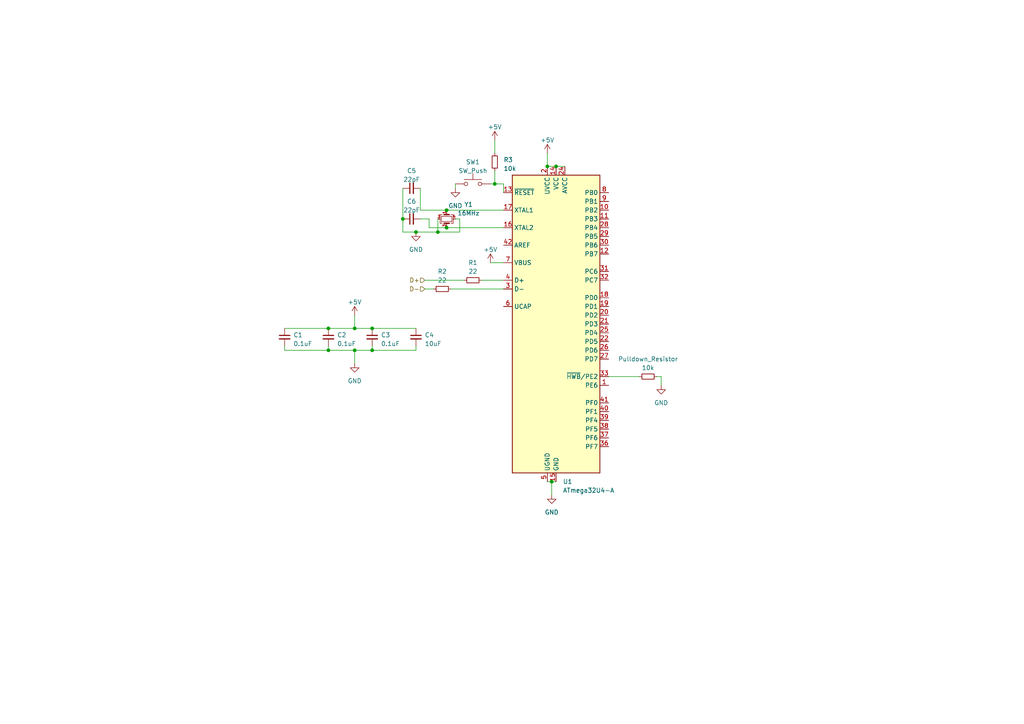
<source format=kicad_sch>
(kicad_sch (version 20230121) (generator eeschema)
  (paper "A4")
  (lib_symbols
    (symbol "Device:C_Small" (pin_numbers hide) (pin_names (offset 0.254) hide)
      (property "Reference" "C" (at 0.254 1.778 0))
      (property "Value" "C_Small" (at 0.254 -2.032 0))
      (symbol "C_Small_0_1"
        (polyline (pts (xy -1.524 -0.508) (xy 1.524 -0.508)) (stroke (width 0.3302)))
        (polyline (pts (xy -1.524 0.508) (xy 1.524 0.508)) (stroke (width 0.3048)))
      )
      (symbol "C_Small_1_1"
        (pin passive line (at 0 2.54 270) (length 2.032) (name "~") (number "1"))
        (pin passive line (at 0 -2.54 90) (length 2.032) (name "~") (number "2"))
      )
    )
    (symbol "Device:Crystal_GND24_Small" (pin_names (offset 1.016) hide)
      (property "Reference" "Y" (at 1.27 4.445 0))
      (property "Value" "Crystal_GND24_Small" (at 1.27 2.54 0))
      (symbol "Crystal_GND24_Small_0_1"
        (rectangle (start -0.762 -1.524) (end 0.762 1.524))
        (polyline (pts (xy -1.27 -0.762) (xy -1.27 0.762)) (stroke (width 0.381)))
        (polyline (pts (xy 1.27 -0.762) (xy 1.27 0.762)) (stroke (width 0.381)))
        (polyline (pts (xy -1.27 -1.27) (xy -1.27 -1.905) (xy 1.27 -1.905) (xy 1.27 -1.27)))
        (polyline (pts (xy -1.27 1.27) (xy -1.27 1.905) (xy 1.27 1.905) (xy 1.27 1.27)))
      )
      (symbol "Crystal_GND24_Small_1_1"
        (pin passive line (at -2.54 0 0) (length 1.27) (name "1") (number "1"))
        (pin passive line (at 0 -2.54 90) (length 0.635) (name "2") (number "2"))
        (pin passive line (at 2.54 0 180) (length 1.27) (name "3") (number "3"))
        (pin passive line (at 0 2.54 270) (length 0.635) (name "4") (number "4"))
      )
    )
    (symbol "Device:R_Small" (pin_numbers hide) (pin_names (offset 0.254) hide)
      (property "Reference" "R" (at 0.762 0.508 0))
      (property "Value" "R_Small" (at 0.762 -1.016 0))
      (symbol "R_Small_0_1"
        (rectangle (start -0.762 1.778) (end 0.762 -1.778) (stroke (width 0.2032)))
      )
      (symbol "R_Small_1_1"
        (pin passive line (at 0 2.54 270) (length 0.762) (name "~") (number "1"))
        (pin passive line (at 0 -2.54 90) (length 0.762) (name "~") (number "2"))
      )
    )
    (symbol "MCU_Microchip_ATmega:ATmega32U4-A"
      (property "Reference" "U" (at -12.7 44.45 0))
      (property "Value" "ATmega32U4-A" (at 2.54 -44.45 0))
      (symbol "ATmega32U4-A_0_1"
        (rectangle (start -12.7 -43.18) (end 12.7 43.18) (stroke (width 0.254)) (fill (type background)))
      )
      (symbol "ATmega32U4-A_1_1"
        (pin bidirectional line (at 15.24 -17.78 180) (length 2.54) (name "PE6") (number "1"))
        (pin bidirectional line (at 15.24 33.02 180) (length 2.54) (name "PB2") (number "10"))
        (pin bidirectional line (at 15.24 30.48 180) (length 2.54) (name "PB3") (number "11"))
        (pin bidirectional line (at 15.24 20.32 180) (length 2.54) (name "PB7") (number "12"))
        (pin input line (at -15.24 38.1 0) (length 2.54) (name "~{RESET}") (number "13"))
        (pin power_in line (at 0 45.72 270) (length 2.54) (name "VCC") (number "14"))
        (pin power_in line (at 0 -45.72 90) (length 2.54) (name "GND") (number "15"))
        (pin output line (at -15.24 27.94 0) (length 2.54) (name "XTAL2") (number "16"))
        (pin input line (at -15.24 33.02 0) (length 2.54) (name "XTAL1") (number "17"))
        (pin bidirectional line (at 15.24 7.62 180) (length 2.54) (name "PD0") (number "18"))
        (pin bidirectional line (at 15.24 5.08 180) (length 2.54) (name "PD1") (number "19"))
        (pin power_in line (at -2.54 45.72 270) (length 2.54) (name "UVCC") (number "2"))
        (pin bidirectional line (at 15.24 2.54 180) (length 2.54) (name "PD2") (number "20"))
        (pin bidirectional line (at 15.24 0 180) (length 2.54) (name "PD3") (number "21"))
        (pin bidirectional line (at 15.24 -5.08 180) (length 2.54) (name "PD5") (number "22"))
        (pin passive line (at 0 -45.72 90) (length 2.54) hide (name "GND") (number "23"))
        (pin power_in line (at 2.54 45.72 270) (length 2.54) (name "AVCC") (number "24"))
        (pin bidirectional line (at 15.24 -2.54 180) (length 2.54) (name "PD4") (number "25"))
        (pin bidirectional line (at 15.24 -7.62 180) (length 2.54) (name "PD6") (number "26"))
        (pin bidirectional line (at 15.24 -10.16 180) (length 2.54) (name "PD7") (number "27"))
        (pin bidirectional line (at 15.24 27.94 180) (length 2.54) (name "PB4") (number "28"))
        (pin bidirectional line (at 15.24 25.4 180) (length 2.54) (name "PB5") (number "29"))
        (pin bidirectional line (at -15.24 10.16 0) (length 2.54) (name "D-") (number "3"))
        (pin bidirectional line (at 15.24 22.86 180) (length 2.54) (name "PB6") (number "30"))
        (pin bidirectional line (at 15.24 15.24 180) (length 2.54) (name "PC6") (number "31"))
        (pin bidirectional line (at 15.24 12.7 180) (length 2.54) (name "PC7") (number "32"))
        (pin bidirectional line (at 15.24 -15.24 180) (length 2.54) (name "~{HWB}/PE2") (number "33"))
        (pin passive line (at 0 45.72 270) (length 2.54) hide (name "VCC") (number "34"))
        (pin passive line (at 0 -45.72 90) (length 2.54) hide (name "GND") (number "35"))
        (pin bidirectional line (at 15.24 -35.56 180) (length 2.54) (name "PF7") (number "36"))
        (pin bidirectional line (at 15.24 -33.02 180) (length 2.54) (name "PF6") (number "37"))
        (pin bidirectional line (at 15.24 -30.48 180) (length 2.54) (name "PF5") (number "38"))
        (pin bidirectional line (at 15.24 -27.94 180) (length 2.54) (name "PF4") (number "39"))
        (pin bidirectional line (at -15.24 12.7 0) (length 2.54) (name "D+") (number "4"))
        (pin bidirectional line (at 15.24 -25.4 180) (length 2.54) (name "PF1") (number "40"))
        (pin bidirectional line (at 15.24 -22.86 180) (length 2.54) (name "PF0") (number "41"))
        (pin passive line (at -15.24 22.86 0) (length 2.54) (name "AREF") (number "42"))
        (pin passive line (at 0 -45.72 90) (length 2.54) hide (name "GND") (number "43"))
        (pin passive line (at 2.54 45.72 270) (length 2.54) hide (name "AVCC") (number "44"))
        (pin passive line (at -2.54 -45.72 90) (length 2.54) (name "UGND") (number "5"))
        (pin passive line (at -15.24 5.08 0) (length 2.54) (name "UCAP") (number "6"))
        (pin input line (at -15.24 17.78 0) (length 2.54) (name "VBUS") (number "7"))
        (pin bidirectional line (at 15.24 38.1 180) (length 2.54) (name "PB0") (number "8"))
        (pin bidirectional line (at 15.24 35.56 180) (length 2.54) (name "PB1") (number "9"))
      )
    )
    (symbol "Switch:SW_Push" (pin_numbers hide) (pin_names (offset 1.016) hide)
      (property "Reference" "SW" (at 1.27 2.54 0))
      (property "Value" "SW_Push" (at 0 -1.524 0))
      (symbol "SW_Push_0_1"
        (circle (center -2.032 0) (radius 0.508))
        (polyline (pts (xy 0 1.27) (xy 0 3.048)))
        (polyline (pts (xy 2.54 1.27) (xy -2.54 1.27)))
        (circle (center 2.032 0) (radius 0.508))
        (pin passive line (at -5.08 0 0) (length 2.54) (name "1") (number "1"))
        (pin passive line (at 5.08 0 180) (length 2.54) (name "2") (number "2"))
      )
    )
    (symbol "power:+5V" (power) (pin_names (offset 0))
      (property "Value" "+5V" (at 0 3.556 0))
      (symbol "+5V_0_1"
        (polyline (pts (xy -0.762 1.27) (xy 0 2.54)))
        (polyline (pts (xy 0 0) (xy 0 2.54)))
        (polyline (pts (xy 0 2.54) (xy 0.762 1.27)))
      )
      (symbol "+5V_1_1"
        (pin power_in line (at 0 0 90) (length 0) hide (name "+5V") (number "1"))
      )
    )
    (symbol "power:GND" (power) (pin_names (offset 0))
      (property "Value" "GND" (at 0 -3.81 0))
      (symbol "GND_0_1"
        (polyline (pts (xy 0 0) (xy 0 -1.27) (xy 1.27 -1.27) (xy 0 -2.54) (xy -1.27 -1.27) (xy 0 -1.27)))
      )
      (symbol "GND_1_1"
        (pin power_in line (at 0 0 270) (length 0) hide (name "GND") (number "1"))
      )
    )
  )
  (junction (at 143.51 53.34))
  (junction (at 161.29 48.26))
  (junction (at 120.65 67.31))
  (junction (at 102.87 95.25))
  (junction (at 107.95 101.6))
  (junction (at 129.54 66.04))
  (junction (at 95.25 95.25))
  (junction (at 127 67.31))
  (junction (at 95.25 101.6))
  (junction (at 160.02 139.7))
  (junction (at 107.95 95.25))
  (junction (at 102.87 101.6))
  (junction (at 116.84 63.5))
  (junction (at 158.75 48.26))
  (junction (at 129.54 60.96))
  (wire (pts (xy 95.25 101.6) (xy 82.55 101.6)))
  (wire (pts (xy 176.53 109.22) (xy 185.42 109.22)))
  (wire (pts (xy 102.87 101.6) (xy 107.95 101.6)))
  (wire (pts (xy 82.55 101.6) (xy 82.55 100.33)))
  (wire (pts (xy 132.08 53.34) (xy 132.08 54.61)))
  (wire (pts (xy 116.84 54.61) (xy 116.84 63.5)))
  (wire (pts (xy 124.46 63.5) (xy 124.46 66.04)))
  (wire (pts (xy 130.81 83.82) (xy 146.05 83.82)))
  (wire (pts (xy 160.02 139.7) (xy 161.29 139.7)))
  (wire (pts (xy 124.46 66.04) (xy 129.54 66.04)))
  (wire (pts (xy 121.92 60.96) (xy 129.54 60.96)))
  (wire (pts (xy 102.87 101.6) (xy 102.87 105.41)))
  (wire (pts (xy 129.54 66.04) (xy 146.05 66.04)))
  (wire (pts (xy 120.65 101.6) (xy 120.65 100.33)))
  (wire (pts (xy 142.24 76.2) (xy 146.05 76.2)))
  (wire (pts (xy 132.08 63.5) (xy 133.35 63.5)))
  (wire (pts (xy 102.87 95.25) (xy 107.95 95.25)))
  (wire (pts (xy 191.77 109.22) (xy 191.77 111.76)))
  (wire (pts (xy 107.95 101.6) (xy 120.65 101.6)))
  (wire (pts (xy 127 63.5) (xy 127 67.31)))
  (wire (pts (xy 133.35 67.31) (xy 127 67.31)))
  (wire (pts (xy 190.5 109.22) (xy 191.77 109.22)))
  (wire (pts (xy 160.02 139.7) (xy 158.75 139.7)))
  (wire (pts (xy 143.51 53.34) (xy 146.05 53.34)))
  (wire (pts (xy 121.92 54.61) (xy 121.92 60.96)))
  (wire (pts (xy 116.84 67.31) (xy 120.65 67.31)))
  (wire (pts (xy 142.24 53.34) (xy 143.51 53.34)))
  (wire (pts (xy 107.95 101.6) (xy 107.95 100.33)))
  (wire (pts (xy 129.54 60.96) (xy 146.05 60.96)))
  (wire (pts (xy 158.75 48.26) (xy 161.29 48.26)))
  (wire (pts (xy 161.29 48.26) (xy 163.83 48.26)))
  (wire (pts (xy 123.19 83.82) (xy 125.73 83.82)))
  (wire (pts (xy 158.75 44.45) (xy 158.75 48.26)))
  (wire (pts (xy 95.25 100.33) (xy 95.25 101.6)))
  (wire (pts (xy 102.87 91.44) (xy 102.87 95.25)))
  (wire (pts (xy 121.92 63.5) (xy 124.46 63.5)))
  (wire (pts (xy 123.19 81.28) (xy 134.62 81.28)))
  (wire (pts (xy 133.35 63.5) (xy 133.35 67.31)))
  (wire (pts (xy 139.7 81.28) (xy 146.05 81.28)))
  (wire (pts (xy 107.95 95.25) (xy 120.65 95.25)))
  (wire (pts (xy 127 67.31) (xy 120.65 67.31)))
  (wire (pts (xy 82.55 95.25) (xy 95.25 95.25)))
  (wire (pts (xy 95.25 95.25) (xy 102.87 95.25)))
  (wire (pts (xy 143.51 40.64) (xy 143.51 44.45)))
  (wire (pts (xy 116.84 63.5) (xy 116.84 67.31)))
  (wire (pts (xy 160.02 139.7) (xy 160.02 143.51)))
  (wire (pts (xy 146.05 55.88) (xy 146.05 53.34)))
  (wire (pts (xy 143.51 53.34) (xy 143.51 49.53)))
  (wire (pts (xy 102.87 101.6) (xy 95.25 101.6)))
  (hierarchical_label "D+" (shape input) (at 123.19 81.28 180))
  (hierarchical_label "D-" (shape input) (at 123.19 83.82 180))
  (symbol (lib_id "power:+5V") (at 102.87 91.44 0) (unit 1)
    (property "Reference" "#PWR04" (effects hide))
    (property "Value" "+5V" (at 102.87 87.63 0))
  )
  (symbol (lib_id "power:+5V") (at 142.24 76.2 0) (unit 1)
    (property "Reference" "#PWR06" (effects hide))
    (property "Value" "+5V" (at 142.24 72.39 0))
  )
  (symbol (lib_id "power:GND") (at 160.02 143.51 0) (unit 1)
    (property "Reference" "#PWR02" (effects hide))
    (property "Value" "GND" (at 160.02 148.59 0))
  )
  (symbol (lib_id "Switch:SW_Push") (at 137.16 53.34 0) (unit 1)
    (property "Reference" "SW1" (at 137.16 46.99 0))
    (property "Value" "SW_Push" (at 137.16 49.53 0))
  )
  (symbol (lib_id "Device:R_Small") (at 137.16 81.28 270) (unit 1)
    (property "Reference" "R1" (at 137.16 76.2 90))
    (property "Value" "22" (at 137.16 78.74 90))
  )
  (symbol (lib_id "power:GND") (at 191.77 111.76 0) (unit 1)
    (property "Reference" "#PWR03" (effects hide))
    (property "Value" "GND" (at 191.77 116.84 0))
  )
  (symbol (lib_id "power:+5V") (at 143.51 40.64 0) (unit 1)
    (property "Reference" "#PWR09" (effects hide))
    (property "Value" "+5V" (at 143.51 36.83 0))
  )
  (symbol (lib_id "Device:C_Small") (at 82.55 97.79 0) (unit 1)
    (property "Reference" "C1" (at 85.09 97.1613 0) (effects (justify left)))
    (property "Value" "0.1uF" (at 85.09 99.7013 0) (effects (justify left)))
  )
  (symbol (lib_id "Device:C_Small") (at 119.38 54.61 90) (unit 1)
    (property "Reference" "C5" (at 119.3863 49.53 90))
    (property "Value" "22pF" (at 119.3863 52.07 90))
  )
  (symbol (lib_id "power:GND") (at 102.87 105.41 0) (unit 1)
    (property "Reference" "#PWR05" (effects hide))
    (property "Value" "GND" (at 102.87 110.49 0))
  )
  (symbol (lib_id "Device:C_Small") (at 120.65 97.79 0) (unit 1)
    (property "Reference" "C4" (at 123.19 97.1613 0) (effects (justify left)))
    (property "Value" "10uF" (at 123.19 99.7013 0) (effects (justify left)))
  )
  (symbol (lib_id "power:+5V") (at 158.75 44.45 0) (unit 1)
    (property "Reference" "#PWR01" (effects hide))
    (property "Value" "+5V" (at 158.75 40.64 0))
  )
  (symbol (lib_id "Device:R_Small") (at 187.96 109.22 90) (unit 1)
    (property "Reference" "Pulldown_Resistor" (at 187.96 104.14 90))
    (property "Value" "10k" (at 187.96 106.68 90))
  )
  (symbol (lib_id "power:GND") (at 120.65 67.31 0) (unit 1)
    (property "Reference" "#PWR07" (effects hide))
    (property "Value" "GND" (at 120.65 72.39 0))
  )
  (symbol (lib_id "Device:R_Small") (at 143.51 46.99 0) (unit 1)
    (property "Reference" "R3" (at 146.05 46.355 0) (effects (justify left)))
    (property "Value" "10k" (at 146.05 48.895 0) (effects (justify left)))
  )
  (symbol (lib_id "Device:Crystal_GND24_Small") (at 129.54 63.5 270) (unit 1)
    (property "Reference" "Y1" (at 135.89 59.3089 90))
    (property "Value" "16MHz" (at 135.89 61.8489 90))
  )
  (symbol (lib_id "power:GND") (at 132.08 54.61 0) (unit 1)
    (property "Reference" "#PWR08" (effects hide))
    (property "Value" "GND" (at 132.08 59.69 0))
  )
  (symbol (lib_id "Device:R_Small") (at 128.27 83.82 90) (unit 1)
    (property "Reference" "R2" (at 128.27 78.74 90))
    (property "Value" "22" (at 128.27 81.28 90))
  )
  (symbol (lib_id "Device:C_Small") (at 95.25 97.79 0) (unit 1)
    (property "Reference" "C2" (at 97.79 97.1613 0) (effects (justify left)))
    (property "Value" "0.1uF" (at 97.79 99.7013 0) (effects (justify left)))
  )
  (symbol (lib_id "Device:C_Small") (at 107.95 97.79 0) (unit 1)
    (property "Reference" "C3" (at 110.49 97.1613 0) (effects (justify left)))
    (property "Value" "0.1uF" (at 110.49 99.7013 0) (effects (justify left)))
  )
  (symbol (lib_id "MCU_Microchip_ATmega:ATmega32U4-A") (at 161.29 93.98 0) (unit 1)
    (property "Reference" "U1" (at 163.2459 139.7 0) (effects (justify left)))
    (property "Value" "ATmega32U4-A" (at 163.2459 142.24 0) (effects (justify left)))
    (property "Footprint" "Package_QFP:TQFP-44_10x10mm_P0.8mm" (effects hide))
    (property "Datasheet" "http://ww1.microchip.com/downloads/en/DeviceDoc/Atmel-7766-8-bit-AVR-ATmega16U4-32U4_Datasheet.pdf" (effects hide))
  )
  (symbol (lib_id "Device:C_Small") (at 119.38 63.5 90) (unit 1)
    (property "Reference" "C6" (at 119.3863 58.42 90))
    (property "Value" "22pF" (at 119.3863 60.96 90))
  )
)
</source>
